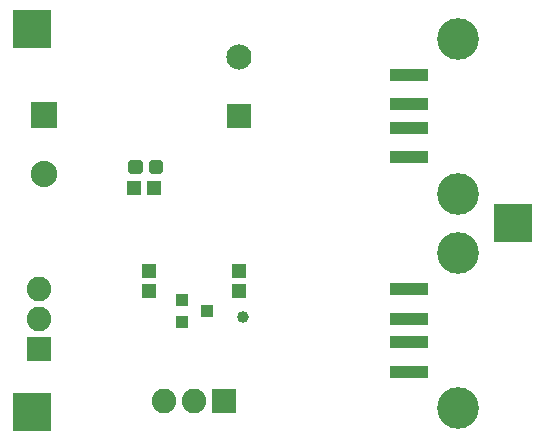
<source format=gbr>
G04 EAGLE Gerber RS-274X export*
G75*
%MOMM*%
%FSLAX34Y34*%
%LPD*%
%INSoldermask Top*%
%IPPOS*%
%AMOC8*
5,1,8,0,0,1.08239X$1,22.5*%
G01*
%ADD10C,2.133600*%
%ADD11R,2.133600X2.133600*%
%ADD12C,0.505344*%
%ADD13R,1.103200X1.003200*%
%ADD14R,1.203200X1.303200*%
%ADD15R,1.303200X1.203200*%
%ADD16C,3.530600*%
%ADD17R,3.203200X1.103200*%
%ADD18R,2.082800X2.082800*%
%ADD19C,2.082800*%
%ADD20R,2.235200X2.235200*%
%ADD21C,2.235200*%
%ADD22C,1.009600*%
%ADD23R,3.203200X3.203200*%


D10*
X201930Y327260D03*
D11*
X201930Y277260D03*
D12*
X117910Y237170D02*
X117910Y230190D01*
X110930Y230190D01*
X110930Y237170D01*
X117910Y237170D01*
X117910Y234990D02*
X110930Y234990D01*
X135450Y237170D02*
X135450Y230190D01*
X128470Y230190D01*
X128470Y237170D01*
X135450Y237170D01*
X135450Y234990D02*
X128470Y234990D01*
D13*
X153830Y121260D03*
X153830Y102260D03*
X174830Y111760D03*
D14*
X125730Y145660D03*
X125730Y128660D03*
X201930Y145660D03*
X201930Y128660D03*
D15*
X130420Y215900D03*
X113420Y215900D03*
D16*
X387830Y160909D03*
X387830Y29591D03*
D17*
X345710Y85250D03*
X345710Y60250D03*
X345710Y105250D03*
X345710Y130250D03*
D16*
X387830Y342519D03*
X387830Y211201D03*
D17*
X345710Y266860D03*
X345710Y241860D03*
X345710Y286860D03*
X345710Y311860D03*
D18*
X33020Y80010D03*
D19*
X33020Y105410D03*
X33020Y130810D03*
D18*
X189230Y35560D03*
D19*
X163830Y35560D03*
X138430Y35560D03*
D20*
X36830Y278130D03*
D21*
X36830Y228130D03*
D22*
X205740Y106680D03*
D23*
X434340Y186690D03*
X26670Y26670D03*
X26670Y350520D03*
M02*

</source>
